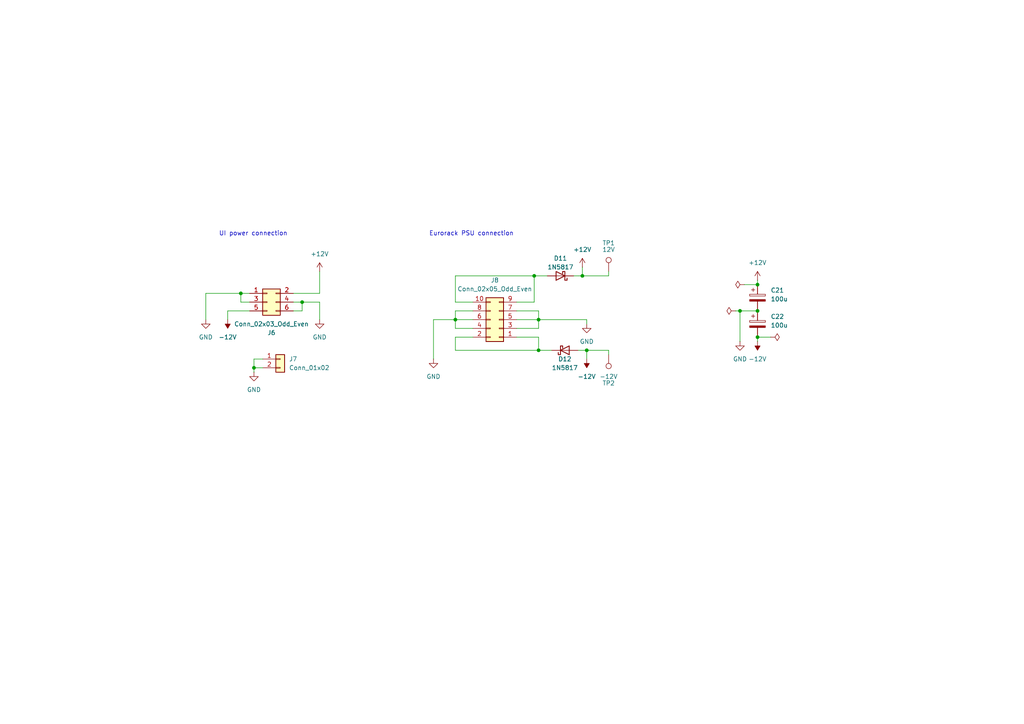
<source format=kicad_sch>
(kicad_sch (version 20250114) (generator "eeschema") (generator_version "9.0")
  (paper "A4")
  (lib_symbols
    (symbol "Connector:TestPoint" (pin_numbers (hide yes)) (pin_names (offset 0.762) (hide yes))
      (property "Reference" "TP" (at 0 6.858 0))
      (property "Value" "TestPoint" (at 0 5.08 0))
      (symbol "TestPoint_0_1"
        (circle (center 0 3.302) (radius 0.762))
      )
      (symbol "TestPoint_1_1"
        (pin passive line (at 0 0 90) (length 2.54) (name "1") (number "1"))
      )
    )
    (symbol "Connector_Generic:Conn_01x02" (pin_names (offset 1.016) (hide yes))
      (property "Reference" "J" (at 0 2.54 0))
      (property "Value" "Conn_01x02" (at 0 -5.08 0))
      (symbol "Conn_01x02_1_1"
        (rectangle (start -1.27 1.27) (end 1.27 -3.81) (stroke (width 0.254)) (fill (type background)))
        (rectangle (start -1.27 0.127) (end 0 -0.127) (stroke (width 0.1524)))
        (rectangle (start -1.27 -2.413) (end 0 -2.667) (stroke (width 0.1524)))
        (pin passive line (at -5.08 0 0) (length 3.81) (name "Pin_1") (number "1"))
        (pin passive line (at -5.08 -2.54 0) (length 3.81) (name "Pin_2") (number "2"))
      )
    )
    (symbol "Connector_Generic:Conn_02x03_Odd_Even" (pin_names (offset 1.016) (hide yes))
      (property "Reference" "J" (at 1.27 5.08 0))
      (property "Value" "Conn_02x03_Odd_Even" (at 1.27 -5.08 0))
      (symbol "Conn_02x03_Odd_Even_1_1"
        (rectangle (start -1.27 3.81) (end 3.81 -3.81) (stroke (width 0.254)) (fill (type background)))
        (rectangle (start -1.27 2.667) (end 0 2.413) (stroke (width 0.1524)))
        (rectangle (start -1.27 0.127) (end 0 -0.127) (stroke (width 0.1524)))
        (rectangle (start -1.27 -2.413) (end 0 -2.667) (stroke (width 0.1524)))
        (rectangle (start 3.81 2.667) (end 2.54 2.413) (stroke (width 0.1524)))
        (rectangle (start 3.81 0.127) (end 2.54 -0.127) (stroke (width 0.1524)))
        (rectangle (start 3.81 -2.413) (end 2.54 -2.667) (stroke (width 0.1524)))
        (pin passive line (at -5.08 2.54 0) (length 3.81) (name "Pin_1") (number "1"))
        (pin passive line (at -5.08 0 0) (length 3.81) (name "Pin_3") (number "3"))
        (pin passive line (at -5.08 -2.54 0) (length 3.81) (name "Pin_5") (number "5"))
        (pin passive line (at 7.62 2.54 180) (length 3.81) (name "Pin_2") (number "2"))
        (pin passive line (at 7.62 0 180) (length 3.81) (name "Pin_4") (number "4"))
        (pin passive line (at 7.62 -2.54 180) (length 3.81) (name "Pin_6") (number "6"))
      )
    )
    (symbol "Connector_Generic:Conn_02x05_Odd_Even" (pin_names (offset 1.016) (hide yes))
      (property "Reference" "J" (at 1.27 7.62 0))
      (property "Value" "Conn_02x05_Odd_Even" (at 1.27 -7.62 0))
      (symbol "Conn_02x05_Odd_Even_1_1"
        (rectangle (start -1.27 6.35) (end 3.81 -6.35) (stroke (width 0.254)) (fill (type background)))
        (rectangle (start -1.27 5.207) (end 0 4.953) (stroke (width 0.1524)))
        (rectangle (start -1.27 2.667) (end 0 2.413) (stroke (width 0.1524)))
        (rectangle (start -1.27 0.127) (end 0 -0.127) (stroke (width 0.1524)))
        (rectangle (start -1.27 -2.413) (end 0 -2.667) (stroke (width 0.1524)))
        (rectangle (start -1.27 -4.953) (end 0 -5.207) (stroke (width 0.1524)))
        (rectangle (start 3.81 5.207) (end 2.54 4.953) (stroke (width 0.1524)))
        (rectangle (start 3.81 2.667) (end 2.54 2.413) (stroke (width 0.1524)))
        (rectangle (start 3.81 0.127) (end 2.54 -0.127) (stroke (width 0.1524)))
        (rectangle (start 3.81 -2.413) (end 2.54 -2.667) (stroke (width 0.1524)))
        (rectangle (start 3.81 -4.953) (end 2.54 -5.207) (stroke (width 0.1524)))
        (pin passive line (at -5.08 5.08 0) (length 3.81) (name "Pin_1") (number "1"))
        (pin passive line (at -5.08 2.54 0) (length 3.81) (name "Pin_3") (number "3"))
        (pin passive line (at -5.08 0 0) (length 3.81) (name "Pin_5") (number "5"))
        (pin passive line (at -5.08 -2.54 0) (length 3.81) (name "Pin_7") (number "7"))
        (pin passive line (at -5.08 -5.08 0) (length 3.81) (name "Pin_9") (number "9"))
        (pin passive line (at 7.62 5.08 180) (length 3.81) (name "Pin_2") (number "2"))
        (pin passive line (at 7.62 2.54 180) (length 3.81) (name "Pin_4") (number "4"))
        (pin passive line (at 7.62 0 180) (length 3.81) (name "Pin_6") (number "6"))
        (pin passive line (at 7.62 -2.54 180) (length 3.81) (name "Pin_8") (number "8"))
        (pin passive line (at 7.62 -5.08 180) (length 3.81) (name "Pin_10") (number "10"))
      )
    )
    (symbol "Device:C_Polarized" (pin_numbers (hide yes)) (pin_names (offset 0.254))
      (property "Reference" "C" (at 0.635 2.54 0))
      (property "Value" "C_Polarized" (at 0.635 -2.54 0))
      (symbol "C_Polarized_0_1"
        (rectangle (start -2.286 0.508) (end 2.286 1.016))
        (polyline (pts (xy -1.778 2.286) (xy -0.762 2.286)))
        (polyline (pts (xy -1.27 2.794) (xy -1.27 1.778)))
        (rectangle (start 2.286 -0.508) (end -2.286 -1.016) (fill (type outline)))
      )
      (symbol "C_Polarized_1_1"
        (pin passive line (at 0 3.81 270) (length 2.794) (name "~") (number "1"))
        (pin passive line (at 0 -3.81 90) (length 2.794) (name "~") (number "2"))
      )
    )
    (symbol "Device:D_Schottky" (pin_numbers (hide yes)) (pin_names (offset 1.016) (hide yes))
      (property "Reference" "D" (at 0 2.54 0))
      (property "Value" "D_Schottky" (at 0 -2.54 0))
      (symbol "D_Schottky_0_1"
        (polyline (pts (xy -1.905 0.635) (xy -1.905 1.27) (xy -1.27 1.27) (xy -1.27 -1.27) (xy -0.635 -1.27) (xy -0.635 -0.635)) (stroke (width 0.254)))
        (polyline (pts (xy 1.27 1.27) (xy 1.27 -1.27) (xy -1.27 0) (xy 1.27 1.27)) (stroke (width 0.254)))
        (polyline (pts (xy 1.27 0) (xy -1.27 0)))
      )
      (symbol "D_Schottky_1_1"
        (pin passive line (at -3.81 0 0) (length 2.54) (name "K") (number "1"))
        (pin passive line (at 3.81 0 180) (length 2.54) (name "A") (number "2"))
      )
    )
    (symbol "power:+12V" (power) (pin_numbers (hide yes)) (pin_names (offset 0) (hide yes))
      (property "Value" "+12V" (at 0 3.556 0))
      (symbol "+12V_0_1"
        (polyline (pts (xy -0.762 1.27) (xy 0 2.54)))
        (polyline (pts (xy 0 2.54) (xy 0.762 1.27)))
        (polyline (pts (xy 0 0) (xy 0 2.54)))
      )
      (symbol "+12V_1_1"
        (pin power_in line (at 0 0 90) (length 0) (name "~") (number "1"))
      )
    )
    (symbol "power:-12V" (power) (pin_numbers (hide yes)) (pin_names (offset 0) (hide yes))
      (property "Value" "-12V" (at 0 3.556 0))
      (symbol "-12V_0_0"
        (pin power_in line (at 0 0 90) (length 0) (name "~") (number "1"))
      )
      (symbol "-12V_0_1"
        (polyline (pts (xy 0 0) (xy 0 1.27) (xy 0.762 1.27) (xy 0 2.54) (xy -0.762 1.27) (xy 0 1.27)) (fill (type outline)))
      )
    )
    (symbol "power:GND" (power) (pin_numbers (hide yes)) (pin_names (offset 0) (hide yes))
      (property "Value" "GND" (at 0 -3.81 0))
      (symbol "GND_0_1"
        (polyline (pts (xy 0 0) (xy 0 -1.27) (xy 1.27 -1.27) (xy 0 -2.54) (xy -1.27 -1.27) (xy 0 -1.27)))
      )
      (symbol "GND_1_1"
        (pin power_in line (at 0 0 270) (length 0) (name "~") (number "1"))
      )
    )
    (symbol "power:PWR_FLAG" (power) (pin_numbers (hide yes)) (pin_names (offset 0) (hide yes))
      (property "Value" "PWR_FLAG" (at 0 3.81 0))
      (symbol "PWR_FLAG_0_0"
        (pin power_out line (at 0 0 90) (length 0) (name "~") (number "1"))
      )
      (symbol "PWR_FLAG_0_1"
        (polyline (pts (xy 0 0) (xy 0 1.27) (xy -1.016 1.905) (xy 0 2.54) (xy 1.016 1.905) (xy 0 1.27)))
      )
    )
  )
  (text "UI power connection" (at 63.5 68.58 0) (effects (font (size 1.27 1.27)) (justify left bottom)))
  (text "Eurorack PSU connection" (at 124.46 68.58 0) (effects (font (size 1.27 1.27)) (justify left bottom)))
  (junction (at 219.71 82.55))
  (junction (at 219.71 97.79))
  (junction (at 69.85 85.09))
  (junction (at 170.18 101.6))
  (junction (at 156.21 101.6))
  (junction (at 214.63 90.17))
  (junction (at 168.91 80.01))
  (junction (at 73.66 106.68))
  (junction (at 154.94 80.01))
  (junction (at 132.08 92.71))
  (junction (at 156.21 92.71))
  (junction (at 219.71 90.17))
  (junction (at 87.63 87.63))
  (wire (pts (xy 73.66 106.68) (xy 73.66 107.95)))
  (wire (pts (xy 154.94 87.63) (xy 154.94 80.01)))
  (wire (pts (xy 156.21 95.25) (xy 156.21 92.71)))
  (wire (pts (xy 76.2 104.14) (xy 73.66 104.14)))
  (wire (pts (xy 132.08 87.63) (xy 137.16 87.63)))
  (wire (pts (xy 156.21 92.71) (xy 170.18 92.71)))
  (wire (pts (xy 219.71 81.28) (xy 219.71 82.55)))
  (wire (pts (xy 125.73 104.14) (xy 125.73 92.71)))
  (wire (pts (xy 149.86 87.63) (xy 154.94 87.63)))
  (wire (pts (xy 176.53 78.74) (xy 176.53 80.01)))
  (wire (pts (xy 156.21 97.79) (xy 156.21 101.6)))
  (wire (pts (xy 166.37 80.01) (xy 168.91 80.01)))
  (wire (pts (xy 156.21 92.71) (xy 156.21 90.17)))
  (wire (pts (xy 92.71 87.63) (xy 87.63 87.63)))
  (wire (pts (xy 69.85 87.63) (xy 69.85 85.09)))
  (wire (pts (xy 85.09 90.17) (xy 87.63 90.17)))
  (wire (pts (xy 156.21 90.17) (xy 149.86 90.17)))
  (wire (pts (xy 73.66 106.68) (xy 76.2 106.68)))
  (wire (pts (xy 132.08 97.79) (xy 132.08 101.6)))
  (wire (pts (xy 132.08 95.25) (xy 137.16 95.25)))
  (wire (pts (xy 132.08 101.6) (xy 156.21 101.6)))
  (wire (pts (xy 223.52 97.79) (xy 219.71 97.79)))
  (wire (pts (xy 72.39 90.17) (xy 66.04 90.17)))
  (wire (pts (xy 59.69 85.09) (xy 69.85 85.09)))
  (wire (pts (xy 132.08 80.01) (xy 154.94 80.01)))
  (wire (pts (xy 59.69 92.71) (xy 59.69 85.09)))
  (wire (pts (xy 214.63 90.17) (xy 219.71 90.17)))
  (wire (pts (xy 215.9 82.55) (xy 219.71 82.55)))
  (wire (pts (xy 87.63 87.63) (xy 85.09 87.63)))
  (wire (pts (xy 125.73 92.71) (xy 132.08 92.71)))
  (wire (pts (xy 132.08 97.79) (xy 137.16 97.79)))
  (wire (pts (xy 176.53 102.87) (xy 176.53 101.6)))
  (wire (pts (xy 132.08 90.17) (xy 137.16 90.17)))
  (wire (pts (xy 92.71 78.74) (xy 92.71 85.09)))
  (wire (pts (xy 72.39 87.63) (xy 69.85 87.63)))
  (wire (pts (xy 132.08 92.71) (xy 132.08 95.25)))
  (wire (pts (xy 158.75 80.01) (xy 154.94 80.01)))
  (wire (pts (xy 214.63 99.06) (xy 214.63 90.17)))
  (wire (pts (xy 92.71 85.09) (xy 85.09 85.09)))
  (wire (pts (xy 176.53 101.6) (xy 170.18 101.6)))
  (wire (pts (xy 132.08 80.01) (xy 132.08 87.63)))
  (wire (pts (xy 87.63 90.17) (xy 87.63 87.63)))
  (wire (pts (xy 176.53 80.01) (xy 168.91 80.01)))
  (wire (pts (xy 156.21 101.6) (xy 160.02 101.6)))
  (wire (pts (xy 92.71 92.71) (xy 92.71 87.63)))
  (wire (pts (xy 170.18 93.98) (xy 170.18 92.71)))
  (wire (pts (xy 149.86 97.79) (xy 156.21 97.79)))
  (wire (pts (xy 69.85 85.09) (xy 72.39 85.09)))
  (wire (pts (xy 132.08 92.71) (xy 132.08 90.17)))
  (wire (pts (xy 170.18 101.6) (xy 170.18 104.14)))
  (wire (pts (xy 66.04 92.71) (xy 66.04 90.17)))
  (wire (pts (xy 167.64 101.6) (xy 170.18 101.6)))
  (wire (pts (xy 213.36 90.17) (xy 214.63 90.17)))
  (wire (pts (xy 219.71 97.79) (xy 219.71 99.06)))
  (wire (pts (xy 168.91 77.47) (xy 168.91 80.01)))
  (wire (pts (xy 149.86 92.71) (xy 156.21 92.71)))
  (wire (pts (xy 149.86 95.25) (xy 156.21 95.25)))
  (wire (pts (xy 73.66 104.14) (xy 73.66 106.68)))
  (wire (pts (xy 132.08 92.71) (xy 137.16 92.71)))
  (symbol (lib_id "power:+12V") (at 92.71 78.74 0) (mirror y) (unit 1)
    (property "Reference" "#PWR033" (effects (hide yes)))
    (property "Value" "+12V" (at 92.71 73.66 0))
    (property "Description" "Power symbol creates a global label with name \"+12V\"" (effects (hide yes)))
  )
  (symbol (lib_id "Device:C_Polarized") (at 219.71 86.36 0) (unit 1)
    (property "Reference" "C21" (at 223.52 84.201 0) (effects (justify left)))
    (property "Value" "100u" (at 223.52 86.741 0) (effects (justify left)))
    (property "Footprint" "Capacitor_SMD:CP_Elec_6.3x7.7" (effects (hide yes)))
    (property "LCSC" "C2836437" (effects (hide yes)))
    (property "Vendor" "JLCPCB" (effects (hide yes)))
    (property "FT Rotation Offset" "180" (effects (hide yes)))
    (property "CHECKED" "YES" (effects (hide yes)))
  )
  (symbol (lib_id "power:GND") (at 125.73 104.14 0) (unit 1)
    (property "Reference" "#PWR035" (effects (hide yes)))
    (property "Value" "GND" (at 125.73 109.22 0))
    (property "Description" "Power symbol creates a global label with name \"GND\" , ground" (effects (hide yes)))
  )
  (symbol (lib_id "Device:D_Schottky") (at 163.83 101.6 0) (mirror x) (unit 1)
    (property "Reference" "D12" (at 163.83 104.14 0))
    (property "Value" "1N5817" (at 163.83 106.68 0))
    (property "Footprint" "Diode_SMD:D_SOD-323" (effects (hide yes)))
    (property "Description" "Schottky diode" (effects (hide yes)))
    (property "Vendor" "JLCPCB" (effects (hide yes)))
    (property "LCSC" "C5190152" (effects (hide yes)))
    (property "CHECKED" "YES" (effects (hide yes)))
  )
  (symbol (lib_id "power:GND") (at 170.18 93.98 0) (unit 1)
    (property "Reference" "#PWR037" (effects (hide yes)))
    (property "Value" "GND" (at 170.18 99.06 0))
    (property "Description" "Power symbol creates a global label with name \"GND\" , ground" (effects (hide yes)))
  )
  (symbol (lib_id "power:-12V") (at 66.04 92.71 0) (mirror x) (unit 1)
    (property "Reference" "#PWR031" (effects (hide yes)))
    (property "Value" "-12V" (at 66.04 97.79 0))
    (property "Description" "Power symbol creates a global label with name \"-12V\"" (effects (hide yes)))
  )
  (symbol (lib_id "power:PWR_FLAG") (at 215.9 82.55 90) (unit 1)
    (property "Reference" "#FLG02" (effects (hide yes)))
    (property "Value" "PWR_FLAG" (effects (hide yes)))
    (property "Description" "Special symbol for telling ERC where power comes from" (effects (hide yes)))
  )
  (symbol (lib_id "Connector_Generic:Conn_02x03_Odd_Even") (at 77.47 87.63 0) (unit 1)
    (property "Reference" "J6" (at 78.74 96.52 0))
    (property "Value" "Conn_02x03_Odd_Even" (at 78.74 93.98 0))
    (property "Footprint" "Connector_PinHeader_2.54mm:PinHeader_2x03_P2.54mm_Vertical" (effects (hide yes)))
    (property "Description" "Generic connector, double row, 02x03, odd/even pin numbering scheme (row 1 odd numbers, row 2 even numbers), script generated (kicad-library-utils/schlib/autogen/connector/)" (effects (hide yes)))
    (property "Part URL" "https://mou.sr/4liCQlU" (effects (hide yes)))
    (property "Vendor" "Mouser" (effects (hide yes)))
    (property "CHECKED" "YES" (effects (hide yes)))
    (property "Part no." "200-TSW10307TD" (effects (hide yes)))
  )
  (symbol (lib_id "power:GND") (at 214.63 99.06 0) (unit 1)
    (property "Reference" "#PWR039" (effects (hide yes)))
    (property "Value" "GND" (at 214.63 104.14 0))
    (property "Description" "Power symbol creates a global label with name \"GND\" , ground" (effects (hide yes)))
  )
  (symbol (lib_id "power:-12V") (at 170.18 104.14 180) (unit 1)
    (property "Reference" "#PWR038" (effects (hide yes)))
    (property "Value" "-12V" (at 170.18 109.22 0))
    (property "Description" "Power symbol creates a global label with name \"-12V\"" (effects (hide yes)))
  )
  (symbol (lib_id "Device:C_Polarized") (at 219.71 93.98 0) (unit 1)
    (property "Reference" "C22" (at 223.52 91.821 0) (effects (justify left)))
    (property "Value" "100u" (at 223.52 94.361 0) (effects (justify left)))
    (property "Footprint" "Capacitor_SMD:CP_Elec_6.3x7.7" (effects (hide yes)))
    (property "LCSC" "C2836437" (effects (hide yes)))
    (property "Vendor" "JLCPCB" (effects (hide yes)))
    (property "FT Rotation Offset" "180" (effects (hide yes)))
    (property "CHECKED" "YES" (effects (hide yes)))
  )
  (symbol (lib_id "power:PWR_FLAG") (at 213.36 90.17 90) (unit 1)
    (property "Reference" "#FLG01" (effects (hide yes)))
    (property "Value" "PWR_FLAG" (effects (hide yes)))
    (property "Description" "Special symbol for telling ERC where power comes from" (effects (hide yes)))
  )
  (symbol (lib_id "power:GND") (at 59.69 92.71 0) (mirror y) (unit 1)
    (property "Reference" "#PWR030" (effects (hide yes)))
    (property "Value" "GND" (at 59.69 97.79 0))
    (property "Description" "Power symbol creates a global label with name \"GND\" , ground" (effects (hide yes)))
  )
  (symbol (lib_id "Connector_Generic:Conn_02x05_Odd_Even") (at 144.78 92.71 180) (unit 1)
    (property "Reference" "J8" (at 143.51 81.28 0))
    (property "Value" "Conn_02x05_Odd_Even" (at 143.51 83.82 0))
    (property "Footprint" "Connector_IDC:IDC-Header_2x05_P2.54mm_Horizontal" (effects (hide yes)))
    (property "Description" "Generic connector, double row, 02x05, odd/even pin numbering scheme (row 1 odd numbers, row 2 even numbers), script generated (kicad-library-utils/schlib/autogen/connector/)" (effects (hide yes)))
    (property "Part URL" "https://mou.sr/3GwYxj9" (effects (hide yes)))
    (property "Vendor" "Mouser" (effects (hide yes)))
    (property "CHECKED" "YES" (effects (hide yes)))
    (property "Part no." "571-5103310-1" (effects (hide yes)))
  )
  (symbol (lib_id "power:+12V") (at 219.71 81.28 0) (unit 1)
    (property "Reference" "#PWR040" (effects (hide yes)))
    (property "Value" "+12V" (at 219.71 76.2 0))
    (property "Description" "Power symbol creates a global label with name \"+12V\"" (effects (hide yes)))
  )
  (symbol (lib_id "Device:D_Schottky") (at 162.56 80.01 180) (unit 1)
    (property "Reference" "D11" (at 162.56 74.93 0))
    (property "Value" "1N5817" (at 162.56 77.47 0))
    (property "Footprint" "Diode_SMD:D_SOD-323" (effects (hide yes)))
    (property "Description" "Schottky diode" (effects (hide yes)))
    (property "Vendor" "JLCPCB" (effects (hide yes)))
    (property "LCSC" "C5190152" (effects (hide yes)))
    (property "CHECKED" "YES" (effects (hide yes)))
  )
  (symbol (lib_id "power:+12V") (at 168.91 77.47 0) (unit 1)
    (property "Reference" "#PWR036" (effects (hide yes)))
    (property "Value" "+12V" (at 168.91 72.39 0))
    (property "Description" "Power symbol creates a global label with name \"+12V\"" (effects (hide yes)))
  )
  (symbol (lib_id "Connector:TestPoint") (at 176.53 102.87 180) (unit 1) (in_bom no)
    (property "Reference" "TP2" (at 176.53 111.125 0))
    (property "Value" "-12V" (at 176.53 109.22 0))
    (property "Footprint" "TestPoint:TestPoint_THTPad_2.0x2.0mm_Drill1.0mm" (effects (hide yes)))
    (property "Description" "test point" (effects (hide yes)))
    (property "CHECKED" "YES" (effects (hide yes)))
    (property "Vendor" "X" (effects (hide yes)))
  )
  (symbol (lib_id "Connector_Generic:Conn_01x02") (at 81.28 104.14 0) (unit 1)
    (property "Reference" "J7" (at 83.82 104.1399 0) (effects (justify left)))
    (property "Value" "Conn_01x02" (at 83.82 106.6799 0) (effects (justify left)))
    (property "Footprint" "Connector_PinHeader_2.54mm:PinHeader_1x02_P2.54mm_Vertical" (effects (hide yes)))
    (property "Description" "Generic connector, single row, 01x02, script generated (kicad-library-utils/schlib/autogen/connector/)" (effects (hide yes)))
    (property "Part URL" "https://mou.sr/3IruU3e" (effects (hide yes)))
    (property "Vendor" "Mouser" (effects (hide yes)))
    (property "CHECKED" "YES" (effects (hide yes)))
    (property "Part no." "200-HTSW10207TS" (effects (hide yes)))
  )
  (symbol (lib_id "power:GND") (at 73.66 107.95 0) (unit 1)
    (property "Reference" "#PWR032" (effects (hide yes)))
    (property "Value" "GND" (at 73.66 113.03 0))
    (property "Description" "Power symbol creates a global label with name \"GND\" , ground" (effects (hide yes)))
  )
  (symbol (lib_id "power:-12V") (at 219.71 99.06 180) (unit 1)
    (property "Reference" "#PWR041" (effects (hide yes)))
    (property "Value" "-12V" (at 219.71 104.14 0))
    (property "Description" "Power symbol creates a global label with name \"-12V\"" (effects (hide yes)))
  )
  (symbol (lib_id "power:PWR_FLAG") (at 223.52 97.79 270) (unit 1)
    (property "Reference" "#FLG03" (effects (hide yes)))
    (property "Value" "PWR_FLAG" (effects (hide yes)))
    (property "Description" "Special symbol for telling ERC where power comes from" (effects (hide yes)))
  )
  (symbol (lib_id "Connector:TestPoint") (at 176.53 78.74 0) (unit 1) (in_bom no)
    (property "Reference" "TP1" (at 176.53 70.485 0))
    (property "Value" "12V" (at 176.53 72.39 0))
    (property "Footprint" "TestPoint:TestPoint_THTPad_2.0x2.0mm_Drill1.0mm" (effects (hide yes)))
    (property "CHECKED" "YES" (effects (hide yes)))
    (property "Vendor" "X" (effects (hide yes)))
  )
  (symbol (lib_id "power:GND") (at 92.71 92.71 0) (mirror y) (unit 1)
    (property "Reference" "#PWR034" (effects (hide yes)))
    (property "Value" "GND" (at 92.71 97.79 0))
    (property "Description" "Power symbol creates a global label with name \"GND\" , ground" (effects (hide yes)))
  )
)
</source>
